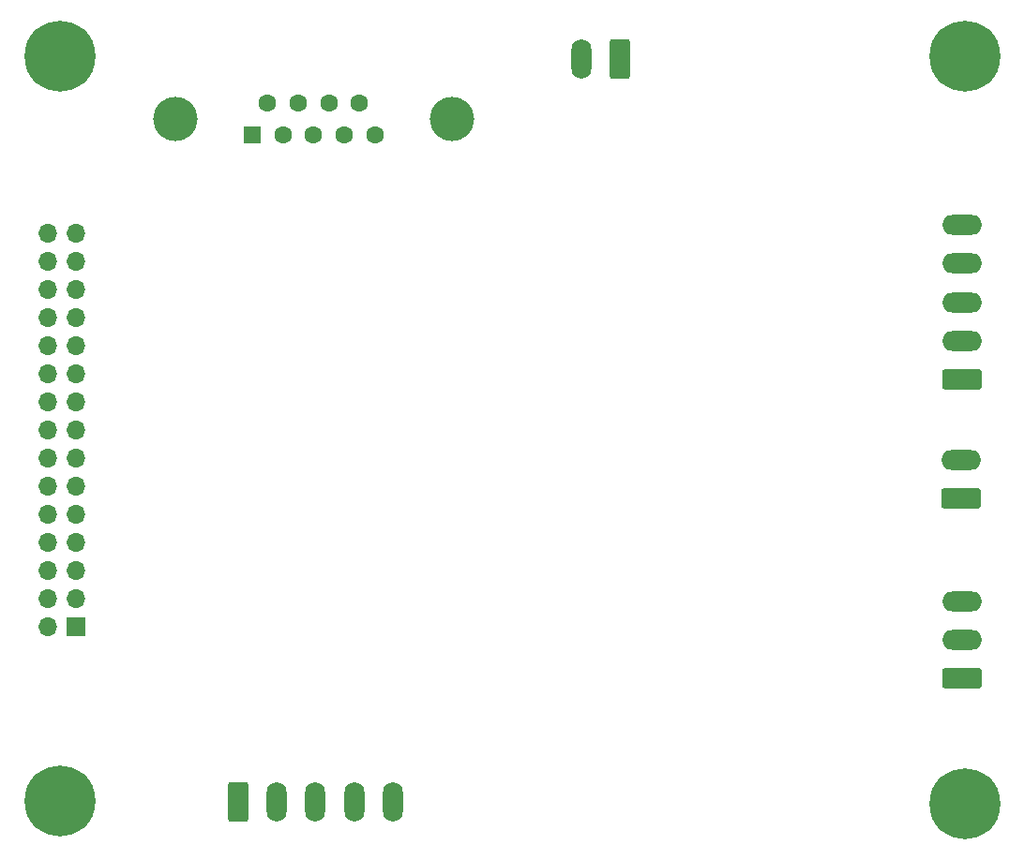
<source format=gbs>
G04 #@! TF.GenerationSoftware,KiCad,Pcbnew,7.0.7*
G04 #@! TF.CreationDate,2023-09-07T10:59:33+03:00*
G04 #@! TF.ProjectId,colorlight-cnc-proto,636f6c6f-726c-4696-9768-742d636e632d,rev?*
G04 #@! TF.SameCoordinates,Original*
G04 #@! TF.FileFunction,Soldermask,Bot*
G04 #@! TF.FilePolarity,Negative*
%FSLAX46Y46*%
G04 Gerber Fmt 4.6, Leading zero omitted, Abs format (unit mm)*
G04 Created by KiCad (PCBNEW 7.0.7) date 2023-09-07 10:59:33*
%MOMM*%
%LPD*%
G01*
G04 APERTURE LIST*
G04 Aperture macros list*
%AMRoundRect*
0 Rectangle with rounded corners*
0 $1 Rounding radius*
0 $2 $3 $4 $5 $6 $7 $8 $9 X,Y pos of 4 corners*
0 Add a 4 corners polygon primitive as box body*
4,1,4,$2,$3,$4,$5,$6,$7,$8,$9,$2,$3,0*
0 Add four circle primitives for the rounded corners*
1,1,$1+$1,$2,$3*
1,1,$1+$1,$4,$5*
1,1,$1+$1,$6,$7*
1,1,$1+$1,$8,$9*
0 Add four rect primitives between the rounded corners*
20,1,$1+$1,$2,$3,$4,$5,0*
20,1,$1+$1,$4,$5,$6,$7,0*
20,1,$1+$1,$6,$7,$8,$9,0*
20,1,$1+$1,$8,$9,$2,$3,0*%
G04 Aperture macros list end*
%ADD10C,0.800000*%
%ADD11C,6.400000*%
%ADD12RoundRect,0.250000X-0.650000X-1.550000X0.650000X-1.550000X0.650000X1.550000X-0.650000X1.550000X0*%
%ADD13O,1.800000X3.600000*%
%ADD14RoundRect,0.250000X1.550000X-0.650000X1.550000X0.650000X-1.550000X0.650000X-1.550000X-0.650000X0*%
%ADD15O,3.600000X1.800000*%
%ADD16R,1.700000X1.700000*%
%ADD17O,1.700000X1.700000*%
%ADD18RoundRect,0.250000X0.650000X1.550000X-0.650000X1.550000X-0.650000X-1.550000X0.650000X-1.550000X0*%
%ADD19C,4.000000*%
%ADD20R,1.600000X1.600000*%
%ADD21C,1.600000*%
G04 APERTURE END LIST*
D10*
G04 #@! TO.C,H3*
X82902944Y-71302944D03*
X83605888Y-69605888D03*
X83605888Y-73000000D03*
X85302944Y-68902944D03*
D11*
X85302944Y-71302944D03*
D10*
X85302944Y-73702944D03*
X87000000Y-69605888D03*
X87000000Y-73000000D03*
X87702944Y-71302944D03*
G04 #@! TD*
D12*
G04 #@! TO.C,J4*
X19675000Y-71097500D03*
D13*
X23175000Y-71097500D03*
X26675000Y-71097500D03*
X30175000Y-71097500D03*
X33675000Y-71097500D03*
G04 #@! TD*
D14*
G04 #@! TO.C,J6*
X85067500Y-32945000D03*
D15*
X85067500Y-29445000D03*
X85067500Y-25945000D03*
X85067500Y-22445000D03*
X85067500Y-18945000D03*
G04 #@! TD*
D10*
G04 #@! TO.C,H2*
X1200000Y-71000000D03*
X1902944Y-69302944D03*
X1902944Y-72697056D03*
X3600000Y-68600000D03*
D11*
X3600000Y-71000000D03*
D10*
X3600000Y-73400000D03*
X5297056Y-69302944D03*
X5297056Y-72697056D03*
X6000000Y-71000000D03*
G04 #@! TD*
D16*
G04 #@! TO.C,J1*
X5040000Y-55280000D03*
D17*
X2500000Y-55280000D03*
X5040000Y-52740000D03*
X2500000Y-52740000D03*
X5040000Y-50200000D03*
X2500000Y-50200000D03*
X5040000Y-47660000D03*
X2500000Y-47660000D03*
X5040000Y-45120000D03*
X2500000Y-45120000D03*
X5040000Y-42580000D03*
X2500000Y-42580000D03*
X5040000Y-40040000D03*
X2500000Y-40040000D03*
X5040000Y-37500000D03*
X2500000Y-37500000D03*
X5040000Y-34960000D03*
X2500000Y-34960000D03*
X5040000Y-32420000D03*
X2500000Y-32420000D03*
X5040000Y-29880000D03*
X2500000Y-29880000D03*
X5040000Y-27340000D03*
X2500000Y-27340000D03*
X5040000Y-24800000D03*
X2500000Y-24800000D03*
X5040000Y-22260000D03*
X2500000Y-22260000D03*
X5040000Y-19720000D03*
X2500000Y-19720000D03*
G04 #@! TD*
D14*
G04 #@! TO.C,J3*
X85067500Y-59945000D03*
D15*
X85067500Y-56445000D03*
X85067500Y-52945000D03*
G04 #@! TD*
D10*
G04 #@! TO.C,H1*
X1200000Y-3697056D03*
X1902944Y-2000000D03*
X1902944Y-5394112D03*
X3600000Y-1297056D03*
D11*
X3600000Y-3697056D03*
D10*
X3600000Y-6097056D03*
X5297056Y-2000000D03*
X5297056Y-5394112D03*
X6000000Y-3697056D03*
G04 #@! TD*
D14*
G04 #@! TO.C,J7*
X85017500Y-43695000D03*
D15*
X85017500Y-40195000D03*
G04 #@! TD*
D18*
G04 #@! TO.C,J2*
X54195000Y-3932500D03*
D13*
X50695000Y-3932500D03*
G04 #@! TD*
D19*
G04 #@! TO.C,J8*
X39000000Y-9390331D03*
X14000000Y-9390331D03*
D20*
X20960000Y-10810331D03*
D21*
X23730000Y-10810331D03*
X26500000Y-10810331D03*
X29270000Y-10810331D03*
X32040000Y-10810331D03*
X22345000Y-7970331D03*
X25115000Y-7970331D03*
X27885000Y-7970331D03*
X30655000Y-7970331D03*
G04 #@! TD*
D10*
G04 #@! TO.C,H4*
X82902944Y-3697056D03*
X83605888Y-2000000D03*
X83605888Y-5394112D03*
X85302944Y-1297056D03*
D11*
X85302944Y-3697056D03*
D10*
X85302944Y-6097056D03*
X87000000Y-2000000D03*
X87000000Y-5394112D03*
X87702944Y-3697056D03*
G04 #@! TD*
M02*

</source>
